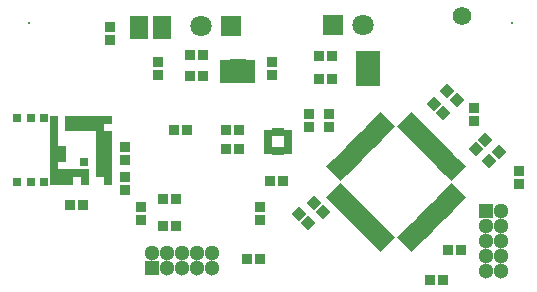
<source format=gts>
G04*
G04 #@! TF.GenerationSoftware,Altium Limited,Altium Designer,23.2.1 (34)*
G04*
G04 Layer_Color=8388736*
%FSLAX44Y44*%
%MOMM*%
G71*
G04*
G04 #@! TF.SameCoordinates,03237038-BA4C-483D-AFB1-32BADD2FC3D1*
G04*
G04*
G04 #@! TF.FilePolarity,Negative*
G04*
G01*
G75*
%ADD32R,0.9000X0.9000*%
%ADD33P,1.2728X4X90.0*%
%ADD34P,1.2728X4X180.0*%
G04:AMPARAMS|DCode=35|XSize=1.775mm|YSize=0.9mm|CornerRadius=0mm|HoleSize=0mm|Usage=FLASHONLY|Rotation=225.000|XOffset=0mm|YOffset=0mm|HoleType=Round|Shape=Rectangle|*
%AMROTATEDRECTD35*
4,1,4,0.3094,0.9458,0.9458,0.3094,-0.3094,-0.9458,-0.9458,-0.3094,0.3094,0.9458,0.0*
%
%ADD35ROTATEDRECTD35*%

G04:AMPARAMS|DCode=36|XSize=1.775mm|YSize=0.9mm|CornerRadius=0mm|HoleSize=0mm|Usage=FLASHONLY|Rotation=315.000|XOffset=0mm|YOffset=0mm|HoleType=Round|Shape=Rectangle|*
%AMROTATEDRECTD36*
4,1,4,-0.9458,0.3094,-0.3094,0.9458,0.9458,-0.3094,0.3094,-0.9458,-0.9458,0.3094,0.0*
%
%ADD36ROTATEDRECTD36*%

%ADD37R,0.9000X0.9000*%
%ADD38R,0.7000X0.7000*%
%ADD39R,0.8000X0.8000*%
%ADD40R,0.7100X0.5800*%
%ADD41R,0.5800X0.7100*%
%ADD42R,2.0000X1.4000*%
%ADD43R,0.6500X0.9000*%
%ADD44R,1.5000X0.7000*%
%ADD45R,1.4000X2.0000*%
%ADD46R,0.9000X0.6500*%
%ADD47C,0.3000*%
%ADD48C,1.3000*%
%ADD49R,1.3000X1.3000*%
%ADD50R,1.3000X1.3000*%
%ADD51C,1.8000*%
%ADD52R,1.8000X1.8000*%
%ADD53C,1.5700*%
D32*
X102870Y102020D02*
D03*
Y91020D02*
D03*
Y127420D02*
D03*
Y116420D02*
D03*
X217170Y65620D02*
D03*
Y76620D02*
D03*
X116840Y65620D02*
D03*
Y76620D02*
D03*
X259080Y144360D02*
D03*
Y155360D02*
D03*
X398780Y149440D02*
D03*
Y160440D02*
D03*
X436880Y96100D02*
D03*
X436880Y107100D02*
D03*
X130810Y199810D02*
D03*
Y188810D02*
D03*
X90170Y218020D02*
D03*
Y229020D02*
D03*
X227330Y199810D02*
D03*
Y188810D02*
D03*
X275590Y155360D02*
D03*
Y144360D02*
D03*
D33*
X399971Y125651D02*
D03*
X407749Y133429D02*
D03*
X419179Y123269D02*
D03*
X411401Y115491D02*
D03*
D34*
X383619Y167561D02*
D03*
X375841Y175339D02*
D03*
X364411Y163909D02*
D03*
X372189Y156131D02*
D03*
X250111Y71199D02*
D03*
X257889Y63421D02*
D03*
X262811Y80089D02*
D03*
X270589Y72311D02*
D03*
D35*
X382270Y107950D02*
D03*
X376613Y113607D02*
D03*
X370956Y119264D02*
D03*
X365299Y124921D02*
D03*
X359643Y130577D02*
D03*
X353986Y136234D02*
D03*
X348329Y141891D02*
D03*
X342672Y147548D02*
D03*
X282738Y87614D02*
D03*
X288395Y81957D02*
D03*
X294051Y76300D02*
D03*
X299708Y70643D02*
D03*
X305365Y64986D02*
D03*
X311022Y59329D02*
D03*
X316679Y53672D02*
D03*
X322336Y48016D02*
D03*
D36*
Y147548D02*
D03*
X316679Y141891D02*
D03*
X311022Y136234D02*
D03*
X305365Y130577D02*
D03*
X299708Y124921D02*
D03*
X294051Y119264D02*
D03*
X288395Y113607D02*
D03*
X282738Y107950D02*
D03*
X342672Y48016D02*
D03*
X348329Y53672D02*
D03*
X353986Y59329D02*
D03*
X359643Y64986D02*
D03*
X365299Y70643D02*
D03*
X370956Y76300D02*
D03*
X376613Y81957D02*
D03*
X382270Y87614D02*
D03*
D37*
X188810Y125730D02*
D03*
X199810D02*
D03*
Y142240D02*
D03*
X188810D02*
D03*
X361530Y15240D02*
D03*
X372530D02*
D03*
X387770Y40640D02*
D03*
X376770D02*
D03*
X155360Y142240D02*
D03*
X144360D02*
D03*
X146470Y60960D02*
D03*
X135470D02*
D03*
Y83820D02*
D03*
X146470D02*
D03*
X206590Y33020D02*
D03*
X217590D02*
D03*
X67310Y78740D02*
D03*
X56310D02*
D03*
X267550Y185420D02*
D03*
X278550D02*
D03*
X169330Y187960D02*
D03*
X158330D02*
D03*
X169330Y205740D02*
D03*
X158330D02*
D03*
X267550Y204470D02*
D03*
X278550D02*
D03*
X225640Y99060D02*
D03*
X236640D02*
D03*
D38*
X11430Y97790D02*
D03*
X22930D02*
D03*
X34430D02*
D03*
Y151790D02*
D03*
X22930D02*
D03*
X11430D02*
D03*
X55730Y105290D02*
D03*
X62230D02*
D03*
X68730D02*
D03*
X81730D02*
D03*
Y111790D02*
D03*
Y118290D02*
D03*
Y124790D02*
D03*
Y131290D02*
D03*
Y137790D02*
D03*
Y144290D02*
D03*
X75230D02*
D03*
X68730D02*
D03*
X62230D02*
D03*
X55730D02*
D03*
X49230Y124790D02*
D03*
Y118290D02*
D03*
Y105290D02*
D03*
Y98790D02*
D03*
X55730D02*
D03*
X68730D02*
D03*
X88230D02*
D03*
Y105290D02*
D03*
Y111790D02*
D03*
Y118290D02*
D03*
Y124790D02*
D03*
Y131290D02*
D03*
Y137790D02*
D03*
Y150790D02*
D03*
X81730D02*
D03*
X75230D02*
D03*
X68730D02*
D03*
X62230D02*
D03*
X55730D02*
D03*
X42730D02*
D03*
Y144290D02*
D03*
Y137790D02*
D03*
Y131290D02*
D03*
Y124790D02*
D03*
Y118290D02*
D03*
Y111790D02*
D03*
Y105290D02*
D03*
Y98790D02*
D03*
D39*
X68530Y114790D02*
D03*
D40*
X224260Y139580D02*
D03*
Y134580D02*
D03*
Y129580D02*
D03*
Y124580D02*
D03*
X240560D02*
D03*
Y129580D02*
D03*
Y134580D02*
D03*
Y139580D02*
D03*
D41*
X229910Y123930D02*
D03*
X234910D02*
D03*
Y140230D02*
D03*
X229910D02*
D03*
D42*
X308610Y194310D02*
D03*
D43*
X302110Y204810D02*
D03*
X308610D02*
D03*
X315110D02*
D03*
Y183810D02*
D03*
X308610D02*
D03*
X302110D02*
D03*
D44*
X133960Y235100D02*
D03*
Y228600D02*
D03*
Y222100D02*
D03*
X114960D02*
D03*
Y228600D02*
D03*
Y235100D02*
D03*
D45*
X198460Y191620D02*
D03*
D46*
X208960Y198120D02*
D03*
Y191620D02*
D03*
Y185120D02*
D03*
X187960D02*
D03*
Y191620D02*
D03*
Y198120D02*
D03*
D47*
X430530Y232410D02*
D03*
X21590D02*
D03*
D48*
X421640Y22860D02*
D03*
X408940Y22860D02*
D03*
Y35560D02*
D03*
X408940Y48260D02*
D03*
X408940Y60960D02*
D03*
X421640Y35560D02*
D03*
X421640Y48260D02*
D03*
X421640Y60960D02*
D03*
X421640Y73660D02*
D03*
X176530Y38100D02*
D03*
Y25400D02*
D03*
X163830D02*
D03*
X151130D02*
D03*
X138430D02*
D03*
X163830Y38100D02*
D03*
X151130D02*
D03*
X138430D02*
D03*
X125730D02*
D03*
D49*
X408940Y73660D02*
D03*
D50*
X125730Y25400D02*
D03*
D51*
X167640Y229870D02*
D03*
X304800Y231140D02*
D03*
D52*
X193040Y229870D02*
D03*
X279400Y231140D02*
D03*
D53*
X388620Y238760D02*
D03*
M02*

</source>
